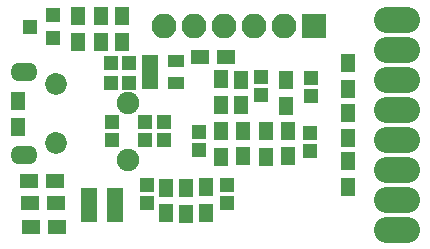
<source format=gbr>
G04 #@! TF.FileFunction,Soldermask,Bot*
%FSLAX46Y46*%
G04 Gerber Fmt 4.6, Leading zero omitted, Abs format (unit mm)*
G04 Created by KiCad (PCBNEW 4.0.7) date 10/12/17 20:38:22*
%MOMM*%
%LPD*%
G01*
G04 APERTURE LIST*
%ADD10C,0.100000*%
%ADD11C,1.900000*%
%ADD12R,1.300000X1.600000*%
%ADD13R,1.150000X1.200000*%
%ADD14R,1.200000X1.150000*%
%ADD15C,1.850000*%
%ADD16O,2.300000X1.600000*%
%ADD17R,2.100000X2.100000*%
%ADD18O,2.100000X2.100000*%
%ADD19R,1.300000X1.200000*%
%ADD20R,1.600000X1.300000*%
%ADD21R,1.460000X1.050000*%
%ADD22O,3.900000X2.200000*%
G04 APERTURE END LIST*
D10*
D11*
X145872200Y-106454600D03*
X145872200Y-101574600D03*
D12*
X153771600Y-106162200D03*
X153771600Y-103962200D03*
D13*
X161290000Y-105689400D03*
X161290000Y-104189400D03*
X147320000Y-103237600D03*
X147320000Y-104737600D03*
X144526000Y-104737600D03*
X144526000Y-103237600D03*
X151917400Y-104063800D03*
X151917400Y-105563800D03*
X148945600Y-104737600D03*
X148945600Y-103237600D03*
D14*
X144499200Y-99872800D03*
X145999200Y-99872800D03*
X145999200Y-98247200D03*
X144499200Y-98247200D03*
D13*
X154279600Y-108585000D03*
X154279600Y-110085000D03*
X161366200Y-100978400D03*
X161366200Y-99478400D03*
X157200600Y-99441000D03*
X157200600Y-100941000D03*
X147523200Y-110085000D03*
X147523200Y-108585000D03*
D15*
X139789400Y-100014400D03*
X139789400Y-105014400D03*
D16*
X137089400Y-99014400D03*
X137089400Y-106014400D03*
D17*
X161671000Y-95097600D03*
D18*
X159131000Y-95097600D03*
X156591000Y-95097600D03*
X154051000Y-95097600D03*
X151511000Y-95097600D03*
X148971000Y-95097600D03*
D19*
X139598400Y-94188200D03*
X139598400Y-96088200D03*
X137598400Y-95138200D03*
D12*
X164541200Y-104612800D03*
X164541200Y-102412800D03*
X164515800Y-98231600D03*
X164515800Y-100431600D03*
X164541200Y-106502200D03*
X164541200Y-108702200D03*
X136601200Y-103647600D03*
X136601200Y-101447600D03*
D20*
X139852400Y-110109000D03*
X137652400Y-110109000D03*
X139928600Y-112115600D03*
X137728600Y-112115600D03*
X139750800Y-108204000D03*
X137550800Y-108204000D03*
D12*
X143637000Y-94208600D03*
X143637000Y-96408600D03*
X145440400Y-96408600D03*
X145440400Y-94208600D03*
X159435800Y-103936800D03*
X159435800Y-106136800D03*
X157581600Y-106162200D03*
X157581600Y-103962200D03*
X155676600Y-103936800D03*
X155676600Y-106136800D03*
D20*
X151978000Y-97688400D03*
X154178000Y-97688400D03*
D12*
X155498800Y-99618800D03*
X155498800Y-101818800D03*
X153822400Y-101793400D03*
X153822400Y-99593400D03*
X159283400Y-99636400D03*
X159283400Y-101836400D03*
X141681200Y-96408600D03*
X141681200Y-94208600D03*
X150850600Y-108788200D03*
X150850600Y-110988200D03*
X152552400Y-108737400D03*
X152552400Y-110937400D03*
X149148800Y-108762800D03*
X149148800Y-110962800D03*
D21*
X147761600Y-99944000D03*
X147761600Y-98994000D03*
X147761600Y-98044000D03*
X149961600Y-98044000D03*
X149961600Y-99944000D03*
X142595600Y-111186000D03*
X142595600Y-110236000D03*
X142595600Y-109286000D03*
X144795600Y-109286000D03*
X144795600Y-111186000D03*
X144795600Y-110236000D03*
D22*
X168658540Y-94587060D03*
X168658540Y-97127060D03*
X168658540Y-99667060D03*
X168658540Y-102207060D03*
X168658540Y-104747060D03*
X168658540Y-107287060D03*
X168658540Y-109827060D03*
X168658540Y-112367060D03*
M02*

</source>
